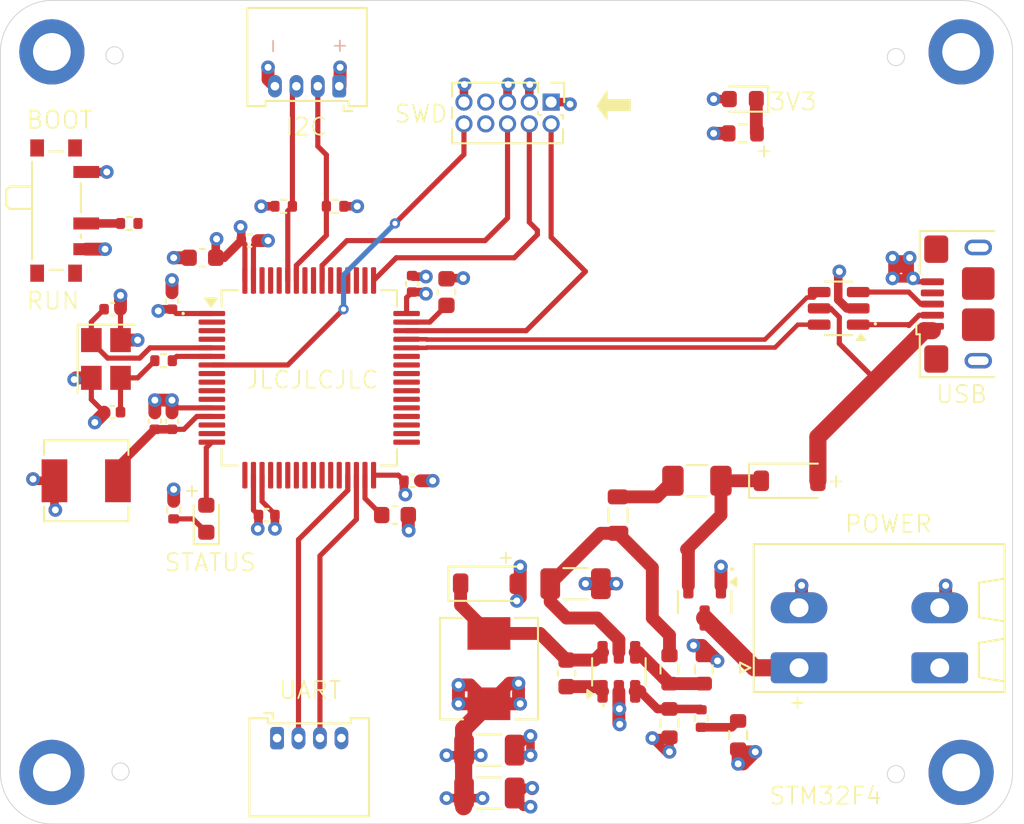
<source format=kicad_pcb>
(kicad_pcb (version 20240108) (generator "pcbnew") (generator_version "8.0")
  (layers (0 "F.Cu" signal) (1 "In1.Cu" power) (2 "In2.Cu" power) (31 "B.Cu" signal) (34 "B.Paste" user) (35 "F.Paste" user) (36 "B.SilkS" user "B.Silkscreen") (37 "F.SilkS" user "F.Silkscreen") (38 "B.Mask" user) (39 "F.Mask" user) (44 "Edge.Cuts" user))
  (net 0 "")
  (net 1 "Net-(U1-VCAP_2)")
  (net 2 "GND")
  (net 3 "Net-(U1-VCAP_1)")
  (net 4 "+3.3V")
  (net 5 "+3.3VA")
  (net 6 "Net-(C11-Pad1)")
  (net 7 "HSE_IN")
  (net 8 "BUCK_IN")
  (net 9 "BUCK_BST")
  (net 10 "BUCK_SW")
  (net 11 "LED_STATUS")
  (net 12 "Net-(D1-K)")
  (net 13 "+5V")
  (net 14 "Net-(D3-K)")
  (net 15 "Net-(D4-K)")
  (net 16 "+12V")
  (net 17 "BUCK_FB")
  (net 18 "BUCK_EN")
  (net 19 "I2C1_SDA")
  (net 20 "I2C1_SCL")
  (net 21 "UART3_TX")
  (net 22 "UART3_RX")
  (net 27 "USB_CONN_D-")
  (net 28 "USB_CONN_D+")
  (net 32 "SWO")
  (net 33 "SWCLK")
  (net 36 "NRST")
  (net 37 "SWDIO")
  (net 38 "Net-(SW1-B)")
  (net 39 "BOOT0")
  (net 40 "HSE_OUT")
  (net 41 "Net-(R7-Pad2)")
  (net 69 "USB_D-")
  (net 75 "USB_D+")
  (net 83 "Net-(F1-Pad1)")
  (footprint "Capacitor_SMD:C_0402_1005Metric" (layer "F.Cu") (at 151 102.52 90)
    (property "Reference" "C9" (hide yes))
    (property "Value" "1u" (hide yes))
  )
  (footprint "Capacitor_SMD:C_0402_1005Metric" (layer "F.Cu") (at 148.52 96)
    (property "Reference" "C12" (hide yes))
    (property "Value" "12p" (hide yes))
  )
  (footprint "Capacitor_SMD:C_0603_1608Metric" (layer "F.Cu") (at 153.775 93 180)
    (property "Reference" "C3" (hide yes))
    (property "Value" "4u7" (hide yes))
  )
  (footprint "Resistor_SMD:R_0402_1005Metric" (layer "F.Cu") (at 182.85 119.86 -90)
    (property "Reference" "R7" (hide yes))
    (property "Value" "15k" (hide yes))
  )
  (footprint "Capacitor_SMD:C_0402_1005Metric" (layer "F.Cu") (at 166 106)
    (property "Reference" "C6" (hide yes))
    (property "Value" "100n" (hide yes))
  )
  (footprint "Crystal:Crystal_SMD_3225-4Pin_3.2x2.5mm" (layer "F.Cu") (at 148.15 98.9 -90)
    (property "Reference" "Y1" (hide yes))
    (property "Value" "16 MHz" (hide yes))
  )
  (footprint "Inductor_SMD:L_0805_2012Metric" (layer "F.Cu") (at 178 108 -90)
    (property "Reference" "FB1" (hide yes))
    (property "Value" "600 @ 600MHz" (hide yes))
  )
  (footprint "Fuse:Fuse_1206_3216Metric" (layer "F.Cu") (at 182.6 106)
    (property "Reference" "F1" (hide yes))
    (property "Value" "250mA" (hide yes))
  )
  (footprint "Button_Switch_SMD:SW_SPDT_PCM12" (layer "F.Cu") (at 145.57 90.25 -90)
    (property "Reference" "SW1" (hide yes))
    (property "Value" "SW_SPDT" (hide yes))
  )
  (footprint "Resistor_SMD:R_0603_1608Metric" (layer "F.Cu") (at 183 117 90)
    (property "Reference" "R5" (hide yes))
    (property "Value" "68k" (hide yes))
  )
  (footprint "Resistor_SMD:R_0402_1005Metric" (layer "F.Cu") (at 152.1 107.71 90)
    (property "Reference" "R3" (hide yes))
    (property "Value" "1K5" (hide yes))
  )
  (footprint "LED_SMD:LED_0603_1608Metric" (layer "F.Cu") (at 154 108.2125 90)
    (property "Reference" "D1" (hide yes))
    (property "Value" "BLUE" (hide yes))
  )
  (footprint "Inductor_SMD:L_Sunlord_MWSA0402S" (layer "F.Cu") (at 147 106)
    (property "Reference" "L1" (hide yes))
    (property "Value" "39n" (hide yes))
  )
  (footprint "Diode_SMD:D_SOD-123" (layer "F.Cu") (at 188 106)
    (property "Reference" "D3" (hide yes))
    (property "Value" "B5819W" (hide yes))
  )
  (footprint "Package_TO_SOT_SMD:SOT-23-6" (layer "F.Cu") (at 178.05 117.1375 90)
    (property "Reference" "IC1" (hide yes))
    (property "Value" "MP2359DJ-LF-Z" (hide yes))
  )
  (footprint "LED_SMD:LED_0603_1608Metric" (layer "F.Cu") (at 185.275 83.75 180)
    (property "Reference" "D4" (hide yes))
    (property "Value" "RED" (hide yes))
  )
  (footprint "Capacitor_SMD:C_0603_1608Metric" (layer "F.Cu") (at 175 117.225 90)
    (property "Reference" "C14" (hide yes))
    (property "Value" "10n" (hide yes))
  )
  (footprint "Capacitor_SMD:C_1206_3216Metric" (layer "F.Cu") (at 170.5 121.7)
    (property "Reference" "C15" (hide yes))
    (property "Value" "10u" (hide yes))
  )
  (footprint "Connector_Phoenix_SPT:PhoenixContact_SPT_1.5_2-H-3.5_1x02_P3.5mm_Horizontal" (layer "F.Cu") (at 188.5525 116.9 90)
    (property "Reference" "J1" (hide yes))
    (property "Value" "Screw_Terminal_01x02" (hide yes))
  )
  (footprint "Capacitor_SMD:C_0402_1005Metric" (layer "F.Cu") (at 166 94.52 90)
    (property "Reference" "C7" (hide yes))
    (property "Value" "100n" (hide yes))
  )
  (footprint "Resistor_SMD:R_0603_1608Metric" (layer "F.Cu") (at 185 120.825 -90)
    (property "Reference" "R8" (hide yes))
    (property "Value" "270" (hide yes))
  )
  (footprint "MountingHole:MountingHole_2.2mm_M2_DIN965_Pad" (layer "F.Cu") (at 198 123)
    (property "Reference" "H2" (hide yes))
    (property "Value" "MountingHole_Pad" (hide yes))
  )
  (footprint "Capacitor_SMD:C_0402_1005Metric" (layer "F.Cu") (at 152 102.52 90)
    (property "Reference" "C10" (hide yes))
    (property "Value" "10n" (hide yes))
  )
  (footprint "Package_TO_SOT_SMD:SOT-23" (layer "F.Cu") (at 183.05 113.0625 -90)
    (property "Reference" "Q1" (hide yes))
    (property "Value" "AO3401A" (hide yes))
  )
  (footprint "Capacitor_SMD:C_0402_1005Metric" (layer "F.Cu") (at 152 95.52 90)
    (property "Reference" "C4" (hide yes))
    (property "Value" "100n" (hide yes))
  )
  (footprint "Package_QFP:LQFP-64_10x10mm_P0.5mm" (layer "F.Cu") (at 160 100)
    (property "Reference" "U1" (hide yes))
    (property "Value" "STM32F405RGT6" (hide yes))
  )
  (footprint "Resistor_SMD:R_0603_1608Metric" (layer "F.Cu") (at 181 117 -90)
    (property "Reference" "R4" (hide yes))
    (property "Value" "100k" (hide yes))
  )
  (footprint "Resistor_SMD:R_0402_1005Metric" (layer "F.Cu") (at 151.51 99 180)
    (property "Reference" "R2" (hide yes))
    (property "Value" "47" (hide yes))
  )
  (footprint "MountingHole:MountingHole_2.2mm_M2_DIN965_Pad" (layer "F.Cu") (at 145 81)
    (property "Reference" "H1" (hide yes))
    (property "Value" "MountingHole_Pad" (hide yes))
  )
  (footprint "MountingHole:MountingHole_2.2mm_M2_DIN965_Pad" (layer "F.Cu") (at 145 123)
    (property "Reference" "H3" (hide yes))
    (property "Value" "MountingHole_Pad" (hide yes))
  )
  (footprint "Inductor_SMD:L_Sunlord_MWSA0518S" (layer "F.Cu") (at 170.475 116.95 -90)
    (property "Reference" "L2" (hide yes))
    (property "Value" "10u" (hide yes))
  )
  (footprint "Capacitor_SMD:C_0603_1608Metric" (layer "F.Cu") (at 165 108)
    (property "Reference" "C2" (hide yes))
    (property "Value" "2u2" (hide yes))
  )
  (footprint "Connector_Molex:Molex_PicoBlade_53048-0410_1x04_P1.25mm_Horizontal" (layer "F.Cu") (at 158.125 121)
    (property "Reference" "J4")
    (property "Value" "Conn_01x04" (hide yes))
  )
  (footprint "Connector_PinHeader_1.27mm:PinHeader_2x05_P1.27mm_Vertical" (layer "F.Cu") (at 174.1 83.925 -90)
    (property "Reference" "J6" (hide yes))
    (property "Value" "Conn_02x05_Odd_Even" (hide yes))
  )
  (footprint "Capacitor_SMD:C_0402_1005Metric" (layer "F.Cu") (at 157.52 108 180)
    (property "Reference" "C5" (hide yes))
    (property "Value" "100n" (hide yes))
  )
  (footprint "Connector_USB:USB_Micro-B_Amphenol_10118193-0002LF_Horizontal" (layer "F.Cu") (at 199 95.7 90)
    (property "Reference" "J5" (hide yes))
    (property "Value" "USB_B_Micro" (hide yes))
  )
  (footprint "Resistor_SMD:R_0402_1005Metric" (layer "F.Cu") (at 161.51 90 180)
    (property "Reference" "R9" (hide yes))
    (property "Value" "2K2" (hide yes))
  )
  (footprint "Resistor_SMD:R_0402_1005Metric" (layer "F.Cu") (at 149.51 91)
    (property "Reference" "R1" (hide yes))
    (property "Value" "10k" (hide yes))
  )
  (footprint "MountingHole:MountingHole_2.2mm_M2_DIN965_Pad" (layer "F.Cu") (at 198 81)
    (property "Reference" "H4" (hide yes))
    (property "Value" "MountingHole_Pad" (hide yes))
  )
  (footprint "Resistor_SMD:R_0603_1608Metric" (layer "F.Cu") (at 181 120.125 90)
    (property "Reference" "R6" (hide yes))
    (property "Value" "47k" (hide yes))
  )
  (footprint "Package_TO_SOT_SMD:SOT-23-6" (layer "F.Cu") (at 190.8625 95.95 180)
    (property "Reference" "U3" (hide yes))
    (property "Value" "USBLC6-2SC6" (hide yes))
  )
  (footprint "Capacitor_SMD:C_0603_1608Metric" (layer "F.Cu") (at 168 95 90)
    (property "Reference" "C1" (hide yes))
    (property "Value" "2u2" (hide yes))
  )
  (footprint "Capacitor_SMD:C_0402_1005Metric" (layer "F.Cu") (at 156.52 92)
    (property "Reference" "C8" (hide yes))
    (property "Value" "100n" (hide yes))
  )
  (footprint "Resistor_SMD:R_0402_1005Metric" (layer "F.Cu") (at 158.51 90)
    (property "Reference" "R10" (hide yes))
    (property "Value" "2K2" (hide yes))
  )
  (footprint "Capacitor_SMD:C_1206_3216Metric" (layer "F.Cu") (at 170.5 124.2)
    (property "Reference" "C16" (hide yes))
    (property "Value" "10u" (hide yes))
  )
  (footprint "Capacitor_SMD:C_0402_1005Metric" (layer "F.Cu") (at 148.52 102 180)
    (property "Reference" "C11" (hide yes))
    (property "Value" "12p" (hide yes))
  )
  (footprint "Diode_SMD:D_SOD-123" (layer "F.Cu") (at 170.475 112)
    (property "Reference" "D2" (hide yes))
    (property "Value" "B5819W" (hide yes))
  )
  (footprint "Capacitor_SMD:C_1206_3216Metric" (layer "F.Cu") (at 175.525 112)
    (property "Reference" "C13" (hide yes))
    (property "Value" "10u" (hide yes))
  )
  (footprint "Resistor_SMD:R_0603_1608Metric" (layer "F.Cu") (at 185.275 85.75 180)
    (property "Reference" "R11" (hide yes))
    (property "Value" "1K" (hide yes))
  )
  (footprint "Connector_Molex:Molex_PicoBlade_53048-0410_1x04_P1.25mm_Horizontal" (layer "F.Cu") (at 161.75 83 180)
    (property "Reference" "J3" (hide yes))
    (property "Value" "Conn_01x04" (hide yes))
  )
  (gr_circle (center 184.65 111.15) (end 184.7 111.2) (stroke (width 0.1)) (fill none) (layer "F.SilkS"))
  (gr_circle (center 193 96.85) (end 193 96.9) (stroke (width 0.1)) (fill none) (layer "F.SilkS"))
  (gr_poly (pts (xy 177.35 83.8) (xy 177.35 83.3) (xy 176.8 84.15) (xy 177.35 84.9) (xy 177.35 84.4) (xy 178.7 84.4) (xy 178.7 83.8)) (stroke (width 0.1)) (fill solid) (layer "F.SilkS"))
  (gr_circle (center 152.65 96.25) (end 152.7 96.25) (stroke (width 0.1)) (fill none) (layer "F.SilkS"))
  (gr_circle (center 177.15 119.1) (end 177.2 119.1) (stroke (width 0.1)) (fill none) (layer "F.SilkS"))
  (gr_circle (center 148.65 81.2) (end 149.15 81.2) (stroke (width 0.05)) (fill none) (layer "Edge.Cuts"))
  (gr_circle (center 194.2 123.1) (end 194.7 123.1) (stroke (width 0.05)) (fill none) (layer "Edge.Cuts"))
  (gr_circle (center 194.2 81.3) (end 194.7 81.3) (stroke (width 0.05)) (fill none) (layer "Edge.Cuts"))
  (gr_arc (start 142 81) (mid 142.87868 78.87868) (end 145 78) (stroke (width 0.05)) (layer "Edge.Cuts"))
  (gr_arc (start 145 126) (mid 142.87868 125.12132) (end 142 123) (stroke (width 0.05)) (layer "Edge.Cuts"))
  (gr_line (start 145 126) (end 198 126) (stroke (width 0.05)) (layer "Edge.Cuts"))
  (gr_arc (start 198 78) (mid 200.12132 78.87868) (end 201 81) (stroke (width 0.05)) (layer "Edge.Cuts"))
  (gr_line (start 142 81) (end 142 123) (stroke (width 0.05)) (layer "Edge.Cuts"))
  (gr_line (start 198 78) (end 145 78) (stroke (width 0.05)) (layer "Edge.Cuts"))
  (gr_line (start 201 123) (end 201 81) (stroke (width 0.05)) (layer "Edge.Cuts"))
  (gr_arc (start 201 123) (mid 200.12132 125.12132) (end 198 126) (stroke (width 0.05)) (layer "Edge.Cuts"))
  (gr_circle (center 149 122.95) (end 149.5 122.95) (stroke (width 0.05)) (fill none) (layer "Edge.Cuts"))
  (gr_text "-" (at 158.3 80.1 90) (layer "B.SilkS") (effects (font (size 0.8 0.8) (thickness 0.1)) (justify left bottom mirror)))
  (gr_text "+" (at 162.35 81.05 0) (layer "B.SilkS") (effects (font (size 0.8 0.8) (thickness 0.1)) (justify left bottom mirror)))
  (gr_text "STATUS\n" (at 151.5 111.35 0) (layer "F.SilkS") (effects (font (size 1 1) (thickness 0.1)) (justify left bottom)))
  (gr_text "+" (at 152.6 107 0) (layer "F.SilkS") (effects (font (size 0.8 0.8) (thickness 0.1)) (justify left bottom)))
  (gr_text "+" (at 190.15 106.45 0) (layer "F.SilkS") (effects (font (size 0.8 0.8) (thickness 0.1)) (justify left bottom)))
  (gr_text "I2C" (at 158.55 85.95 0) (layer "F.SilkS") (effects (font (size 1 1) (thickness 0.1)) (justify left bottom)))
  (gr_text "UART" (at 158.15 118.8 0) (layer "F.SilkS") (effects (font (size 1 1) (thickness 0.1)) (justify left bottom)))
  (gr_text "JLCJLCJLC" (at 156.25 100.7 0) (layer "F.SilkS") (effects (font (size 1 1) (thickness 0.1)) (justify left bottom)))
  (gr_text "USB" (at 196.45 101.55 0) (layer "F.SilkS") (effects (font (size 1 1) (thickness 0.1)) (justify left bottom)))
  (gr_text "POWER" (at 191.15 109.1 0) (layer "F.SilkS") (effects (font (size 1 1) (thickness 0.1)) (justify left bottom)))
  (gr_text "+" (at 187.9 119.35 0) (layer "F.SilkS") (effects (font (size 0.8 0.8) (thickness 0.1)) (justify left bottom)))
  (gr_text "STM32F4" (at 186.75 124.95 0) (layer "F.SilkS") (effects (font (size 1 1) (thickness 0.1)) (justify left bottom)))
  (gr_text "+" (at 185.95 87.2 0) (layer "F.SilkS") (effects (font (size 0.8 0.8) (thickness 0.1)) (justify left bottom)))
  (gr_text "BOOT" (at 143.45 85.55 0) (layer "F.SilkS") (effects (font (size 1 1) (thickness 0.1)) (justify left bottom)))
  (gr_text "+" (at 170.9 110.9 0) (layer "F.SilkS") (effects (font (size 0.8 0.8) (thickness 0.1)) (justify left bottom)))
  (gr_text "RUN" (at 143.45 96.1 0) (layer "F.SilkS") (effects (font (size 1 1) (thickness 0.1)) (justify left bottom)))
  (gr_text "SWD\n" (at 164.9 85.2 0) (layer "F.SilkS") (effects (font (size 1 1) (thickness 0.1)) (justify left bottom)))
  (gr_text "3V3" (at 186.76 84.485 0) (layer "F.SilkS") (effects (font (size 1 1) (thickness 0.1)) (justify left bottom)))
  (segment (start 167.025 96.75) (end 168 95.775) (width 0.3) (layer "F.Cu") (net 1))
  (segment (start 165.675 96.75) (end 167.025 96.75) (width 0.3) (layer "F.Cu") (net 1))
  (segment (start 156.75 105.675) (end 156.75 107.71) (width 0.3) (layer "F.Cu") (net 2))
  (segment (start 172.89595 120.87109) (end 172.80391 120.87109) (width 0.5) (layer "F.Cu") (net 2))
  (segment (start 195.4 94.4) (end 195.2 94.2) (width 0.3) (layer "F.Cu") (net 2))
  (segment (start 149 97.8) (end 149 96) (width 0.3) (layer "F.Cu") (net 2))
  (segment (start 157.6 82.6) (end 158 83) (width 0.75) (layer "F.Cu") (net 2))
  (segment (start 185.3 122.5) (end 186 121.8) (width 0.75) (layer "F.Cu") (net 2))
  (segment (start 172.275 122) (end 171.975 121.7) (width 0.5) (layer "F.Cu") (net 2))
  (segment (start 148.04 102.06) (end 147.5 102.6) (width 0.75) (layer "F.Cu") (net 2))
  (segment (start 192 95.95) (end 191.337501 95.95) (width 0.5) (layer "F.Cu") (net 2))
  (segment (start 157.6 81.9) (end 157.6 82.6) (width 0.75) (layer "F.Cu") (net 2))
  (segment (start 146.4 100) (end 146.3 100.1) (width 0.75) (layer "F.Cu") (net 2))
  (segment (start 194 93) (end 195 93) (width 0.3) (layer "F.Cu") (net 2))
  (segment (start 147.3 101.26) (end 148.04 102) (width 0.3) (layer "F.Cu") (net 2))
  (segment (start 188.7 112.1) (end 188.7 113.2525) (width 0.75) (layer "F.Cu") (net 2))
  (segment (start 178.05 118.275) (end 178.05 120.15) (width 0.75) (layer "F.Cu") (net 2))
  (segment (start 171.56 82.94) (end 171.6 82.9) (width 0.5) (layer "F.Cu") (net 2))
  (segment (start 195.2 94.2) (end 194 93) (width 0.5) (layer "F.Cu") (net 2))
  (segment (start 169.02 83.925) (end 169.02 82.93) (width 0.5) (layer "F.Cu") (net 2))
  (segment (start 151 102.04) (end 151 101.3) (width 0.75) (layer "F.Cu") (net 2))
  (segment (start 156.75 94.325) (end 156.75 92.25) (width 0.3) (layer "F.Cu") (net 2))
  (segment (start 172.83 83.925) (end 172.83 82.92) (width 0.5) (layer "F.Cu") (net 2))
  (segment (start 152 102.04) (end 152 101.3) (width 0.75) (layer "F.Cu") (net 2))
  (segment (start 194 94.2) (end 194 94) (width 0.5) (layer "F.Cu") (net 2))
  (segment (start 197.1 113.0525) (end 196.7525 113.4) (width 0.75) (layer "F.Cu") (net 2))
  (segment (start 185 122.5) (end 185.3 122.5) (width 0.75) (layer "F.Cu") (net 2))
  (segment (start 165.775 108) (end 165.775 108.875) (width 0.75) (layer "F.Cu") (net 2))
  (segment (start 172.83 82.92) (end 172.85 82.9) (width 0.5) (layer "F.Cu") (net 2))
  (segment (start 172.9 125) (end 172.475 125) (width 0.5) (layer "F.Cu") (net 2))
  (segment (start 195 94) (end 195.2 94.2) (width 0.5) (layer "F.Cu") (net 2))
  (segment (start 147 92.5) (end 148.1 92.5) (width 0.75) (layer "F.Cu") (net 2))
  (segment (start 172.89595 121.99595) (end 172.9 122) (width 0.5) (layer "F.Cu") (net 2))
  (segment (start 157 92) (end 157.6 92) (width 0.75) (layer "F.Cu") (net 2))
  (segment (start 148.04 102) (end 148.04 102.06) (width 0.75) (layer "F.Cu") (net 2))
  (segment (start 190.8375 95.449999) (end 190.8375 93.8625) (width 0.5) (layer "F.Cu") (net 2))
  (segment (start 166.8 94.1) (end 166.06 94.1) (width 0.5) (layer "F.Cu") (net 2))
  (segment (start 176.1 112) (end 177.9 112) (width 0.75) (layer "F.Cu") (net 2))
  (segment (start 165.775 108.875) (end 165.8 108.9) (width 0.75) (layer "F.Cu") (net 2))
  (segment (start 197.1 112.1) (end 197.1 113.0525) (width 0.75) (layer "F.Cu") (net 2))
  (segment (start 195 93) (end 195 94) (width 0.5) (layer "F.Cu") (net 2))
  (segment (start 173 123.9) (end 173 123.95) (width 0.75) (layer "F.Cu") (net 2))
  (segment (start 169.02 82.93) (end 169.05 82.9) (width 0.5) (layer "F.Cu") (net 2))
  (segment (start 156.75 92.25) (end 157 92) (width 0.3) (layer "F.Cu") (net 2))
  (segment (start 172.89595 120.87109) (end 172.89595 121.99595) (width 0.5) (layer "F.Cu") (net 2))
  (segment (start 194 93) (end 194 94.2) (width 0.5) (layer "F.Cu") (net 2))
  (segment (start 157.04 108) (end 157.04 108.76) (width 0.5) (layer "F.Cu") (net 2))
  (segment (start 191.337501 95.95) (end 190.8375 95.449999) (width 0.5) (layer "F.Cu") (net 2))
  (segment (start 153 93) (end 152.1 93) (width 0.75) (layer "F.Cu") (net 2))
  (segment (start 156.75 107.71) (end 157.04 108) (width 0.3) (layer "F.Cu") (net 2))
  (segment (start 152.1 107.2) (end 152.1 106.5) (width 0.75) (layer "F.Cu") (net 2))
  (segment (start 190.8375 93.8625) (end 190.9 93.8) (width 0.5) (layer "F.Cu") (net 2))
  (segment (start 149 96) (end 149 95.2) (width 0.75) (layer "F.Cu") (net 2))
  (segment (start 147.3 100) (end 146.4 100) (width 0.75) (layer "F.Cu") (net 2))
  (segment (start 182.9 115.6) (end 183.8 116.5) (width 0.75) (layer "F.Cu") (net 2))
  (segment (start 168.975784 94.188228) (end 168.036772 94.188228) (width 0.5) (layer "F.Cu") (net 2))
  (segment (start 168.036772 94.188228) (end 168 94.225) (width 0.5) (layer "F.Cu") (net 2))
  (segment (start 172.3 112.8) (end 172.1 113) (width 0.75) (layer "F.Cu") (net 2))
  (segment (start 166.48 106) (end 167.2 106) (width 0.75) (layer "F.Cu") (net 2))
  (segment (start 185 122.5) (end 185 121.65) (width 0.75) (layer "F.Cu") (net 2))
  (segment (start 172.3 111) (end 172.3 112.8) (width 0.75) (layer "F.Cu") (net 2))
  (segment (start 166.06 94.1) (end 166 94.04) (width 0.5) (layer "F.Cu") (net 2))
  (segment (start 182.4 115.6) (end 182.9 115.6) (width 0.75) (layer "F.Cu") (net 2))
  (segment (start 194 94) (end 195 93) (width 0.5) (layer "F.Cu") (net 2))
  (segment (start 188.7 113.2525) (end 188.5525 113.4) (width 0.75) (layer "F.Cu") (net 2))
  (segment (start 147.3 100) (end 147.3 101.26) (width 0.3) (layer "F.Cu") (net 2))
  (segment (start 152.29 101.75) (end 152 102.04) (width 0.3) (layer "F.Cu") (net 2))
  (segment (start 172.475 125) (end 171.975 124.5) (width 0.5) (layer "F.Cu") (net 2))
  (segment (start 152 94.3) (end 152 95.04) (width 0.75) (layer "F.Cu") (net 2))
  (segment (start 172.80391 120.87109) (end 171.975 121.7) (width 0.5) (layer "F.Cu") (net 2))
  (segment (start 151 101.3) (end 152 101.3) (width 0.75) (layer "F.Cu") (net 2))
  (segment (start 178.05 120.15) (end 178.1 120.2) (width 0.75) (layer "F.Cu") (net 2))
  (segment (start 194 94.2) (end 195.2 94.2) (width 0.5) (layer "F.Cu") (net 2))
  (segment (start 172.575 123.9) (end 171.975 124.5) (width 0.5) (layer "F.Cu") (net 2))
  (segment (start 173 123.9) (end 172.575 123.9) (width 0.5) (layer "F.Cu") (net 2))
  (segment (start 172.9 122) (end 172.275 122) (width 0.5) (layer "F.Cu") (net 2))
  (segment (start 157.04 108.76) (end 157 108.8) (width 0.5) (layer "F.Cu") (net 2))
  (segment (start 171.56 83.925) (end 171.56 82.94) (width 0.5) (layer "F.Cu") (net 2))
  (segment (start 196.325 94.4) (end 195.4 94.4) (width 0.3) (layer "F.Cu") (net 2))
  (segment (start 150 97.8) (end 149 97.8) (width 0.75) (layer "F.Cu") (net 2))
  (segment (start 154.325 101.75) (end 152.29 101.75) (width 0.3) (layer "F.Cu") (net 2))
  (segment (start 184 111) (end 184 112.125) (width 0.75) (layer "F.Cu") (net 2))
  (segment (start 183.575 85.75) (end 184.45 85.75) (width 0.75) (layer "F.Cu") (net 2))
  (segment (start 185.15 121.8) (end 185 121.65) (width 0.75) (layer "F.Cu") (net 2))
  (segment (start 186 121.8) (end 185.15 121.8) (width 0.75) (layer "F.Cu") (net 2))
  (via (at 152.1 93) (size 0.8) (drill 0.4) (layers "F.Cu" "B.Cu") (net 2))
  (via (at 151 101.3) (size 0.8) (drill 0.4) (layers "F.Cu" "B.Cu") (net 2))
  (via (at 172.9 122) (size 0.8) (drill 0.4) (layers "F.Cu" "B.Cu") (net 2))
  (via (at 185 122.5) (size 0.8) (drill 0.4) (layers "F.Cu" "B.Cu") (net 2))
  (via (at 172.85 82.9) (size 0.8) (drill 0.4) (layers "F.Cu" "B.Cu") (net 2))
  (via (at 172.9 125) (size 0.8) (drill 0.4) (layers "F.Cu" "B.Cu") (net 2))
  (via (at 190.9 93.8) (size 0.8) (drill 0.4) (layers "F.Cu" "B.Cu") (net 2))
  (via (at 172.3 111) (size 0.8) (drill 0.4) (layers "F.Cu" "B.Cu") (net 2))
  (via (at 146.3 100.1) (size 0.8) (drill 0.4) (layers "F.Cu" "B.Cu") (net 2))
  (via (at 152 101.3) (size 0.8) (drill 0.4) (layers "F.Cu" "B.Cu") (net 2))
  (via (at 157.6 92) (size 0.8) (drill 0.4) (layers "F.Cu" "B.Cu") (net 2))
  (via (at 176.1 112) (size 0.8) (drill 0.4) (layers "F.Cu" "B.Cu") (net 2))
  (via (at 165.8 108.9) (size 0.8) (drill 0.4) (layers "F.Cu" "B.Cu") (net 2))
  (via (at 186 121.8) (size 0.8) (drill 0.4) (layers "F.Cu" "B.Cu") (net 2))
  (via (at 197.1 112.1) (size 0.8) (drill 0.4) (layers "F.Cu" "B.Cu") (net 2))
  (via (at 184 111) (size 0.8) (drill 0.4) (layers "F.Cu" "B.Cu") (net 2))
  (via (at 194 93) (size 0.8) (drill 0.4) (layers "F.Cu" "B.Cu") (net 2))
  (via (at 147.5 102.6) (size 0.8) (drill 0.4) (layers "F.Cu" "B.Cu") (net 2))
  (via (at 148.1 92.5) (size 0.8) (drill 0.4) (layers "F.Cu" "B.Cu") (net 2))
  (via (at 168.975784 94.188228) (size 0.8) (drill 0.4) (layers "F.Cu" "B.Cu") (net 2))
  (via (at 183.8 116.5) (size 0.8) (drill 0.4) (layers "F.Cu" "B.Cu") (net 2))
  (via (at 194 94.2) (size 0.8) (drill 0.4) (layers "F.Cu" "B.Cu") (net 2))
  (via (at 167.2 106) (size 0.8) (drill 0.4) (layers "F.Cu" "B.Cu") (net 2))
  (via (at 188.7 112.1) (size 0.8) (drill 0.4) (layers "F.Cu" "B.Cu") (net 2))
  (via (at 173 123.9) (size 0.8) (drill 0.4) (layers "F.Cu" "B.Cu") (net 2))
  (via (at 157 108.8) (size 0.8) (drill 0.4) (layers "F.Cu" "B.Cu") (net 2))
  (via (at 149 95.2) (size 0.8) (drill 0.4) (layers "F.Cu" "B.Cu") (net 2))
  (via (at 183.575 85.75) (size 0.8) (drill 0.4) (layers "F.Cu" "B.Cu") (net 2))
  (via (at 172.89595 120.87109) (size 0.8) (drill 0.4) (layers "F.Cu" "B.Cu") (net 2))
  (via (at 152 94.3) (size 0.8) (drill 0.4) (layers "F.Cu" "B.Cu") (net 2))
  (via (at 195 93) (size 0.8) (drill 0.4) (layers "F.Cu" "B.Cu") (net 2))
  (via (at 150 97.8) (size 0.8) (drill 0.4) (layers "F.Cu" "B.Cu") (net 2))
  (via (at 178.080996 119.29019) (size 0.8) (drill 0.4) (layers "F.Cu" "B.Cu") (net 2))
  (via (at 182.4 115.6) (size 0.8) (drill 0.4) (layers "F.Cu" "B.Cu") (net 2))
  (via (at 178.1 120.2) (size 0.8) (drill 0.4) (layers "F.Cu" "B.Cu") (net 2))
  (via (at 195.2 94.2) (size 0.8) (drill 0.4) (layers "F.Cu" "B.Cu") (net 2))
  (via (at 172.1 113) (size 0.8) (drill 0.4) (layers "F.Cu" "B.Cu") (net 2))
  (via (at 177.9 112) (size 0.8) (drill 0.4) (layers "F.Cu" "B.Cu") (net 2))
  (via (at 166.8 94.1) (size 0.8) (drill 0.4) (layers "F.Cu" "B.Cu") (net 2))
  (via (at 171.6 82.9) (size 0.8) (drill 0.4) (layers "F.Cu" "B.Cu") (net 2))
  (via (at 152.1 106.5) (size 0.8) (drill 0.4) (layers "F.Cu" "B.Cu") (net 2))
  (via (at 169.05 82.9) (size 0.8) (drill 0.4) (layers "F.Cu" "B.Cu") (net 2))
  (via (at 157.6 81.9) (size 0.8) (drill 0.4) (layers "F.Cu" "B.Cu") (net 2))
  (segment (start 163.25 107.025) (end 164.225 108) (width 0.3) (layer "F.Cu") (net 3))
  (segment (start 163.25 105.675) (end 163.25 107.025) (width 0.3) (layer "F.Cu") (net 3))
  (segment (start 172.2 117.8) (end 172.2 118.9) (width 0.75) (layer "F.Cu") (net 4))
  (segment (start 154.55 93) (end 154.55 91.95) (width 0.5) (layer "F.Cu") (net 4))
  (segment (start 168 124.5) (end 170.1 124.5) (width 0.5) (layer "F.Cu") (net 4))
  (segment (start 156.04 91.24) (end 156 91.2) (width 0.5) (layer "F.Cu") (net 4))
  (segment (start 163.75 105.675) (end 165.195 105.675) (width 0.3) (layer "F.Cu") (net 4))
  (segment (start 155.04 93) (end 156.04 92) (width 0.5) (layer "F.Cu") (net 4))
  (segment (start 181 121.8) (end 180.8 121.8) (width 0.5) (layer "F.Cu") (net 4))
  (segment (start 174.1 83.925) (end 175.075 83.925) (width 0.5) (layer "F.Cu") (net 4))
  (segment (start 161.8 82.95) (end 161.75 83) (width 0.75) (layer "F.Cu") (net 4))
  (segment (start 170.475 119) (end 169 120.475) (width 1) (layer "F.Cu") (net 4))
  (segment (start 156.04 92) (end 156.04 91.24) (width 0.5) (layer "F.Cu") (net 4))
  (segment (start 152.25 96.25) (end 152 96) (width 0.3) (layer "F.Cu") (net 4))
  (segment (start 157.25 105.675) (end 157.25 107.203154) (width 0.3) (layer "F.Cu") (net 4))
  (segment (start 152 96) (end 151.3 96) (width 0.5) (layer "F.Cu") (net 4))
  (segment (start 154.55 93) (end 155.04 93) (width 0.5) (layer "F.Cu") (net 4))
  (segment (start 165.675 95.325) (end 166 95) (width 0.3) (layer "F.Cu") (net 4))
  (segment (start 158 107.953154) (end 158 108) (width 0.3) (layer "F.Cu") (net 4))
  (segment (start 151.3 96) (end 151.2 96.1) (width 0.5) (layer "F.Cu") (net 4))
  (segment (start 171.675 117.8) (end 170.475 119) (width 0.75) (layer "F.Cu") (net 4))
  (segment (start 161.8 81.9) (end 161.8 82.95) (width 0.75) (layer "F.Cu") (net 4))
  (segment (start 145.15 106) (end 145.15 107.65) (width 0.5) (layer "F.Cu") (net 4))
  (segment (start 169 120.475) (end 169 122) (width 1) (layer "F.Cu") (net 4))
  (segment (start 165.195 105.675) (end 165.52 106) (width 0.3) (layer "F.Cu") (net 4))
  (segment (start 168.7 117.9) (end 169.375 117.9) (width 0.75) (layer "F.Cu") (net 4))
  (segment (start 158 108) (end 158 108.8) (width 0.5) (layer "F.Cu") (net 4))
  (segment (start 180.95 121) (end 181 120.95) (width 0.5) (layer "F.Cu") (net 4))
  (segment (start 154.55 91.95) (end 154.6 91.9) (width 0.5) (layer "F.Cu") (net 4))
  (segment (start 154.325 96.25) (end 152.25 96.25) (width 0.3) (layer "F.Cu") (net 4))
  (segment (start 175.075 83.925) (end 175.2 84.05) (width 0.5) (layer "F.Cu") (net 4))
  (segment (start 147 88) (end 148.2 88) (width 0.5) (layer "F.Cu") (net 4))
  (segment (start 172.3 119) (end 170.475 119) (width 0.75) (layer "F.Cu") (net 4))
  (segment (start 168.7 119) (end 168.7 117.9) (width 0.75) (layer "F.Cu") (net 4))
  (segment (start 156.25 92.21) (end 156.04 92) (width 0.3) (layer "F.Cu") (net 4))
  (segment (start 165.675 96.25) (end 165.675 95.325) (width 0.3) (layer "F.Cu") (net 4))
  (segment (start 181 120.95) (end 181 121.8) (width 0.5) (layer "F.Cu") (net 4))
  (segment (start 169.375 117.9) (end 170.475 119) (width 0.75) (layer "F.Cu") (net 4))
  (segment (start 166 95) (end 166.7 95) (width 0.5) (layer "F.Cu") (net 4))
  (segment (start 184.4875 83.75) (end 183.575 83.75) (width 0.5) (layer "F.Cu") (net 4))
  (segment (start 169 122) (end 169 125) (width 1) (layer "F.Cu") (net 4))
  (segment (start 145.15 107.65) (end 145.2 107.7) (width 0.5) (layer "F.Cu") (net 4))
  (segment (start 165.52 106.72) (end 165.6 106.8) (width 0.5) (layer "F.Cu") (net 4))
  (segment (start 168.7 119) (end 170.475 119) (width 0.75) (layer "F.Cu") (net 4))
  (segment (start 157.25 107.203154) (end 158 107.953154) (width 0.3) (layer "F.Cu") (net 4))
  (segment (start 172.2 117.8) (end 171.675 117.8) (width 0.75) (layer "F.Cu") (net 4))
  (segment (start 172.2 118.9) (end 172.3 119) (width 0.75) (layer "F.Cu") (net 4))
  (segment (start 158 90) (end 157.2 90) (width 0.5) (layer "F.Cu") (net 4))
  (segment (start 145.15 106) (end 144 106) (width 0.5) (layer "F.Cu") (net 4))
  (segment (start 144 106) (end 143.9 105.9) (width 0.5) (layer "F.Cu") (net 4))
  (segment (start 180 121) (end 180.95 121) (width 0.5) (layer "F.Cu") (net 4))
  (segment (start 165.52 106) (end 165.52 106.72) (width 0.5) (layer "F.Cu") (net 4))
  (segment (start 166.7 95) (end 166.8 95.1) (width 0.5) (layer "F.Cu") (net 4))
  (segment (start 162.02 90) (end 162.8 90) (width 0.5) (layer "F.Cu") (net 4))
  (segment (start 180.8 121.8) (end 180 121) (width 0.5) (layer "F.Cu") (net 4))
  (segment (start 156.25 94.325) (end 156.25 92.21) (width 0.3) (layer "F.Cu") (net 4))
  (segment (start 168 122) (end 170 122) (width 0.5) (layer "F.Cu") (net 4))
  (via (at 158 108.8) (size 0.8) (drill 0.4) (layers "F.Cu" "B.Cu") (net 4))
  (via (at 157.2 90) (size 0.8) (drill 0.4) (layers "F.Cu" "B.Cu") (net 4))
  (via (at 166.8 95.1) (size 0.8) (drill 0.4) (layers "F.Cu" "B.Cu") (net 4))
  (via (at 161.8 81.9) (size 0.8) (drill 0.4) (layers "F.Cu" "B.Cu") (net 4))
  (via (at 168.7 117.9) (size 0.8) (drill 0.4) (layers "F.Cu" "B.Cu") (net 4))
  (via (at 168 122) (size 0.8) (drill 0.4) (layers "F.Cu" "B.Cu") (net 4))
  (via (at 168 124.5) (size 0.8) (drill 0.4) (layers "F.Cu" "B.Cu") (net 4))
  (via (at 145.2 107.7) (size 0.8) (drill 0.4) (layers "F.Cu" "B.Cu") (net 4))
  (via (at 151.2 96.1) (size 0.8) (drill 0.4) (layers "F.Cu" "B.Cu") (net 4))
  (via (at 175.2 84.05) (size 0.8) (drill 0.4) (layers "F.Cu" "B.Cu") (net 4))
  (via (at 165.6 106.8) (size 0.8) (drill 0.4) (layers "F.Cu" "B.Cu") (net 4))
  (via (at 170.1 124.5) (size 0.8) (drill 0.4) (layers "F.Cu" "B.Cu") (net 4))
  (via (at 156 91.2) (size 0.8) (drill 0.4) (layers "F.Cu" "B.Cu") (net 4))
  (via (at 154.6 91.9) (size 0.8) (drill 0.4) (layers "F.Cu" "B.Cu") (net 4))
  (via (at 172.3 119) (size 0.8) (drill 0.4) (layers "F.Cu" "B.Cu") (net 4))
  (via (at 181 121.8) (size 0.8) (drill 0.4) (layers "F.Cu" "B.Cu") (net 4))
  (via (at 148.2 88) (size 0.8) (drill 0.4) (layers "F.Cu" "B.Cu") (net 4))
  (via (at 168.7 119) (size 0.8) (drill 0.4) (layers "F.Cu" "B.Cu") (net 4))
  (via (at 170 122) (size 0.8) (drill 0.4) (layers "F.Cu" "B.Cu") (net 4))
  (via (at 162.8 90) (size 0.8) (drill 0.4) (layers "F.Cu" "B.Cu") (net 4))
  (via (at 172.2 117.8) (size 0.8) (drill 0.4) (layers "F.Cu" "B.Cu") (net 4))
  (via (at 143.9 105.9) (size 0.8) (drill 0.4) (layers "F.Cu" "B.Cu") (net 4))
  (via (at 183.575 83.75) (size 0.8) (drill 0.4) (layers "F.Cu" "B.Cu") (net 4))
  (via (at 180 121) (size 0.8) (drill 0.4) (layers "F.Cu" "B.Cu") (net 4))
  (segment (start 148.85 105.15) (end 151 103) (width 0.5) (layer "F.Cu") (net 5))
  (segment (start 154.325 102.25) (end 153.44688 102.25) (width 0.3) (layer "F.Cu") (net 5))
  (segment (start 151 103) (end 152 103) (width 0.5) (layer "F.Cu") (net 5))
  (segment (start 149 106) (end 148.85 105.15) (width 0.5) (layer "F.Cu") (net 5))
  (segment (start 148.95 106.1) (end 148.85 106) (width 0.75) (layer "F.Cu") (net 5))
  (segment (start 152.69688 103) (end 152 103) (width 0.3) (layer "F.Cu") (net 5))
  (segment (start 153.44688 102.25) (end 152.69688 103) (width 0.3) (layer "F.Cu") (net 5))
  (segment (start 148.6 106.25) (end 148.85 106) (width 0.75) (layer "F.Cu") (net 5))
  (segment (start 148.85 106) (end 149 106) (width 0.5) (layer "F.Cu") (net 5))
  (segment (start 149 100) (end 149 102) (width 0.3) (layer "F.Cu") (net 6))
  (segment (start 150 100) (end 149 100) (width 0.3) (layer "F.Cu") (net 6))
  (segment (start 151 99) (end 150 100) (width 0.3) (layer "F.Cu") (net 6))
  (segment (start 147.3 96.74) (end 148.04 96) (width 0.3) (layer "F.Cu") (net 7))
  (segment (start 150.720366 98.25) (end 150.120366 98.85) (width 0.3) (layer "F.Cu") (net 7))
  (segment (start 150.120366 98.85) (end 148.25 98.85) (width 0.3) (layer "F.Cu") (net 7))
  (segment (start 148.25 98.85) (end 147.3 97.9) (width 0.3) (layer "F.Cu") (net 7))
  (segment (start 147.3 97.9) (end 147.3 97.8) (width 0.3) (layer "F.Cu") (net 7))
  (segment (start 154.325 98.25) (end 150.720366 98.25) (width 0.3) (layer "F.Cu") (net 7))
  (segment (start 147.3 97.8) (end 147.3 96.74) (width 0.3) (layer "F.Cu") (net 7))
  (segment (start 180 111.0625) (end 178 109.0625) (width 0.75) (layer "F.Cu") (net 8))
  (segment (start 174.05 112) (end 176.9875 109.0625) (width 0.75) (layer "F.Cu") (net 8))
  (segment (start 180 114) (end 180 111.0625) (width 0.75) (layer "F.Cu") (net 8))
  (segment (start 176.79196 114) (end 175 114) (width 0.75) (layer "F.Cu") (net 8))
  (segment (start 175 114) (end 174.05 113.05) (width 0.75) (layer "F.Cu") (net 8))
  (segment (start 181 115) (end 180 114) (width 0.75) (layer "F.Cu") (net 8))
  (segment (start 181 116.175) (end 181 115) (width 0.75) (layer "F.Cu") (net 8))
  (segment (start 178.05 115.25804) (end 176.79196 114) (width 0.75) (layer "F.Cu") (net 8))
  (segment (start 178.05 116) (end 178.05 115.25804) (width 0.75) (layer "F.Cu") (net 8))
  (segment (start 174.05 113.05) (end 174.05 112) (width 0.75) (layer "F.Cu") (net 8))
  (segment (start 176.9875 109.0625) (end 178 109.0625) (width 0.75) (layer "F.Cu") (net 8))
  (segment (start 175 118) (end 176.825 118) (width 0.75) (layer "F.Cu") (net 9))
  (segment (start 176.825 118) (end 177.1 118.275) (width 0.75) (layer "F.Cu") (net 9))
  (segment (start 170.475 114.9) (end 173.45 114.9) (width 0.75) (layer "F.Cu") (net 10))
  (segment (start 168.825 113.25) (end 170.475 114.9) (width 0.75) (layer "F.Cu") (net 10))
  (segment (start 173.45 114.9) (end 175 116.45) (width 0.75) (layer "F.Cu") (net 10))
  (segment (start 176.65 116.45) (end 177.1 116) (width 0.75) (layer "F.Cu") (net 10))
  (segment (start 168.825 112) (end 168.825 113.25) (width 0.75) (layer "F.Cu") (net 10))
  (segment (start 175 116.45) (end 176.65 116.45) (width 0.75) (layer "F.Cu") (net 10))
  (segment (start 154.325 103.75) (end 154 104.075) (width 0.3) (layer "F.Cu") (net 11))
  (segment (start 154 104.075) (end 154 107.425) (width 0.3) (layer "F.Cu") (net 11))
  (segment (start 153.22 108.22) (end 154 109) (width 0.3) (layer "F.Cu") (net 12))
  (segment (start 152.1 108.22) (end 153.22 108.22) (width 0.3) (layer "F.Cu") (net 12))
  (segment (start 192.999785 100.099785) (end 195.84957 97.25) (width 1) (layer "F.Cu") (net 13))
  (segment (start 190.387499 95.95) (end 190.9 96.462501) (width 0.3) (layer "F.Cu") (net 13))
  (segment (start 190.9 96.462501) (end 190.9 98) (width 0.3) (layer "F.Cu") (net 13))
  (segment (start 190.9 98) (end 192.999785 100.099785) (width 0.3) (layer "F.Cu") (net 13))
  (segment (start 189.65 106) (end 189.65 103.44957) (width 1) (layer "F.Cu") (net 13))
  (segment (start 189.725 95.95) (end 190.387499 95.95) (width 0.3) (layer "F.Cu") (net 13))
  (segment (start 189.65 103.44957) (end 192.999785 100.099785) (width 1) (layer "F.Cu") (net 13))
  (segment (start 195.84957 97.25) (end 196.325 97.25) (width 1) (layer "F.Cu") (net 13))
  (segment (start 182 110) (end 182.1 110.1) (width 0.75) (layer "F.Cu") (net 14))
  (segment (start 184 108) (end 182 110) (width 0.75) (layer "F.Cu") (net 14))
  (segment (start 182.1 110.1) (end 182.1 112.125) (width 0.75) (layer "F.Cu") (net 14))
  (segment (start 184 106) (end 186.35 106) (width 0.75) (layer "F.Cu") (net 14))
  (segment (start 184 106) (end 184 108) (width 0.75) (layer "F.Cu") (net 14))
  (segment (start 186.0625 83.75) (end 186.0625 85.7125) (width 0.75) (layer "F.Cu") (net 15))
  (segment (start 186.0625 85.7125) (end 186.1 85.75) (width 0.75) (layer "F.Cu") (net 15))
  (segment (start 188.5525 116.9) (end 185.95 116.9) (width 1) (layer "F.Cu") (net 16))
  (segment (start 185.95 116.9) (end 183.05 114) (width 1) (layer "F.Cu") (net 16))
  (segment (start 181 119.3) (end 182.8 119.3) (width 0.5) (layer "F.Cu") (net 17))
  (segment (start 179.275 118.275) (end 180.3 119.3) (width 0.5) (layer "F.Cu") (net 17))
  (segment (start 179 118.275) (end 179.275 118.275) (width 0.75) (layer "F.Cu") (net 17))
  (segment (start 180.3 119.3) (end 181 119.3) (width 0.5) (layer "F.Cu") (net 17))
  (segment (start 182.8 119.3) (end 182.85 119.35) (width 0.5) (layer "F.Cu") (net 17))
  (segment (start 183 117.825) (end 181 117.825) (width 0.75) (layer "F.Cu") (net 18))
  (segment (start 179 116) (end 179.175 116) (width 0.75) (layer "F.Cu") (net 18))
  (segment (start 179.175 116) (end 181 117.825) (width 0.75) (layer "F.Cu") (net 18))
  (segment (start 159.02 90) (end 158.75 90.27) (width 0.3) (layer "F.Cu") (net 19))
  (segment (start 158.75 94.325) (end 158.75 90.27) (width 0.3) (layer "F.Cu") (net 19))
  (segment (start 159.02 83.23) (end 159.02 90) (width 0.3) (layer "F.Cu") (net 19))
  (segment (start 159.25 83) (end 159.02 83.23) (width 0.3) (layer "F.Cu") (net 19))
  (segment (start 159.25 94.325) (end 159.25 93.44688) (width 0.3) (layer "F.Cu") (net 20))
  (segment (start 160.5 86.5) (end 160.5 83) (width 0.3) (layer "F.Cu") (net 20))
  (segment (start 161 90) (end 161 87) (width 0.3) (layer "F.Cu") (net 20))
  (segment (start 159.25 93.44688) (end 161 91.69688) (width 0.3) (layer "F.Cu") (net 20))
  (segment (start 161 91.69688) (end 161 90) (width 0.3) (layer "F.Cu") (net 20))
  (segment (start 161 87) (end 160.5 86.5) (width 0.3) (layer "F.Cu") (net 20))
  (segment (start 162.25 106.55312) (end 159.375 109.42812) (width 0.3) (layer "F.Cu") (net 21))
  (segment (start 159.375 109.42812) (end 159.375 121) (width 0.3) (layer "F.Cu") (net 21))
  (segment (start 162.25 105.675) (end 162.25 106.55312) (width 0.3) (layer "F.Cu") (net 21))
  (segment (start 162.75 108.25) (end 160.625 110.375) (width 0.3) (layer "F.Cu") (net 22))
  (segment (start 162.75 105.675) (end 162.75 108.25) (width 0.3) (layer "F.Cu") (net 22))
  (segment (start 160.625 110.375) (end 160.625 121) (width 0.3) (layer "F.Cu") (net 22))
  (segment (start 194.948744 96.948744) (end 194.9 96.9) (width 0.3) (layer "F.Cu") (net 27))
  (segment (start 194.9 96.9) (end 192 96.9) (width 0.3) (layer "F.Cu") (net 27))
  (segment (start 196.325 96.35) (end 195.547488 96.35) (width 0.3) (layer "F.Cu") (net 27))
  (segment (start 195.547488 96.35) (end 194.948744 96.948744) (width 0.3) (layer "F.Cu") (net 27))
  (segment (start 194.950001 95) (end 195.650001 95.7) (width 0.3) (layer "F.Cu") (net 28))
  (segment (start 195.650001 95.7) (end 196.325 95.7) (width 0.3) (layer "F.Cu") (net 28))
  (segment (start 192 95) (end 194.950001 95) (width 0.3) (layer "F.Cu") (net 28))
  (segment (start 160.75 93.44688) (end 162.19688 92) (width 0.3) (layer "F.Cu") (net 32))
  (segment (start 170.25 92) (end 171.56 90.69) (width 0.3) (layer "F.Cu") (net 32))
  (segment (start 160.75 94.325) (end 160.75 93.44688) (width 0.3) (layer "F.Cu") (net 32))
  (segment (start 162.19688 92) (end 170.25 92) (width 0.3) (layer "F.Cu") (net 32))
  (segment (start 171.56 90.69) (end 171.56 85.195) (width 0.3) (layer "F.Cu") (net 32))
  (segment (start 172.83 90.93) (end 172.83 85.195) (width 0.3) (layer "F.Cu") (net 33))
  (segment (start 165.075 93) (end 171.95 93) (width 0.3) (layer "F.Cu") (net 33))
  (segment (start 171.95 93) (end 173.3 91.65) (width 0.3) (layer "F.Cu") (net 33))
  (segment (start 173.3 91.4) (end 172.83 90.93) (width 0.3) (layer "F.Cu") (net 33))
  (segment (start 173.3 91.65) (end 173.3 91.4) (width 0.3) (layer "F.Cu") (net 33))
  (segment (start 163.75 94.325) (end 165.075 93) (width 0.3) (layer "F.Cu") (net 33))
  (segment (start 165 91) (end 169.02 86.98) (width 0.3) (layer "F.Cu") (net 36))
  (segment (start 154.325 99.25) (end 158.75 99.25) (width 0.3) (layer "F.Cu") (net 36))
  (segment (start 158.75 99.25) (end 162 96) (width 0.3) (layer "F.Cu") (net 36))
  (segment (start 169.02 86.98) (end 169.02 85.195) (width 0.3) (layer "F.Cu") (net 36))
  (via (at 165 91) (size 0.6) (drill 0.3) (layers "F.Cu" "B.Cu") (net 36))
  (via (at 162 96) (size 0.6) (drill 0.3) (layers "F.Cu" "B.Cu") (net 36))
  (segment (start 162 96) (end 162 94) (width 0.3) (layer "B.Cu") (net 36))
  (segment (start 162 94) (end 165 91) (width 0.3) (layer "B.Cu") (net 36))
  (segment (start 172.65 97.25) (end 176.1 93.8) (width 0.3) (layer "F.Cu") (net 37))
  (segment (start 174.1 91.8) (end 174.1 85.195) (width 0.3) (layer "F.Cu") (net 37))
  (segment (start 176.1 93.8) (end 174.1 91.8) (width 0.3) (layer "F.Cu") (net 37))
  (segment (start 165.675 97.25) (end 172.65 97.25) (width 0.3) (layer "F.Cu") (net 37))
  (segment (start 149 91) (end 147 91) (width 0.5) (layer "F.Cu") (net 38))
  (segment (start 152.27 98.75) (end 152.02 99) (width 0.3) (layer "F.Cu") (net 40))
  (segment (start 154.325 98.75) (end 152.27 98.75) (width 0.3) (layer "F.Cu") (net 40))
  (segment (start 184.63 120.37) (end 185 120) (width 0.5) (layer "F.Cu") (net 41))
  (segment (start 182.85 120.37) (end 184.63 120.37) (width 0.5) (layer "F.Cu") (net 41))
  (segment (start 165.675 98.25) (end 166.837501 98.25) (width 0.261112) (layer "F.Cu") (net 69))
  (segment (start 187.149481 98.232156) (end 188.481637 96.9) (width 0.261112) (layer "F.Cu") (net 69))
  (segment (start 166.855345 98.232156) (end 187.149481 98.232156) (width 0.261112) (layer "F.Cu") (net 69))
  (segment (start 188.481637 96.9) (end 189.725 96.9) (width 0.261112) (layer "F.Cu") (net 69))
  (segment (start 166.837501 98.25) (end 166.855345 98.232156) (width 0.261112) (layer "F.Cu") (net 69))
  (segment (start 165.675 97.75) (end 166.837501 97.75) (width 0.261112) (layer "F.Cu") (net 75))
  (segment (start 166.855345 97.767844) (end 186.560892 97.767844) (width 0.261112) (layer "F.Cu") (net 75))
  (segment (start 166.837501 97.75) (end 166.855345 97.767844) (width 0.261112) (layer "F.Cu") (net 75))
  (segment (start 189.405556 95.319444) (end 189.725 95) (width 0.261112) (layer "F.Cu") (net 75))
  (segment (start 189.009292 95.319444) (end 189.405556 95.319444) (width 0.261112) (layer "F.Cu") (net 75))
  (segment (start 186.560892 97.767844) (end 189.009292 95.319444) (width 0.261112) (layer "F.Cu") (net 75))
  (segment (start 178 106.9375) (end 180.2625 106.9375) (width 0.75) (layer "F.Cu") (net 83))
  (segment (start 180.2625 106.9375) (end 181.2 106) (width 0.75) (layer "F.Cu") (net 83))
)
</source>
